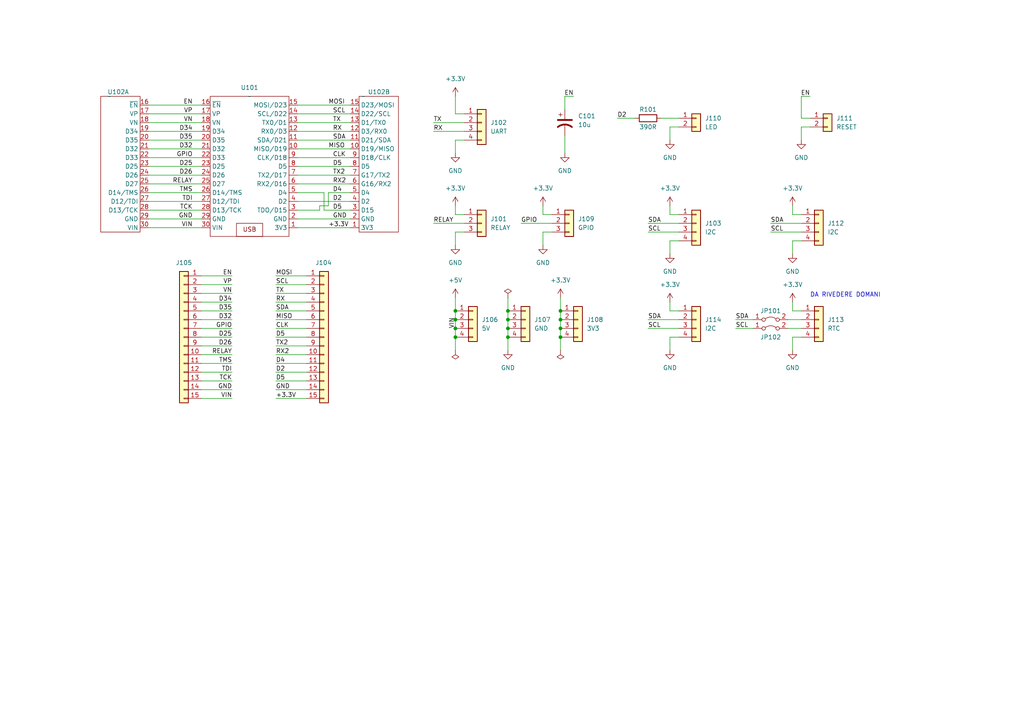
<source format=kicad_sch>
(kicad_sch (version 20230121) (generator eeschema)
  (paper "A4")
  (lib_symbols
    (symbol "Connector_Generic:Conn_01x02" (pin_names (offset 1.016) hide)
      (property "Reference" "J" (at 0 2.54 0))
      (property "Value" "Conn_01x02" (at 0 -5.08 0))
      (symbol "Conn_01x02_1_1"
        (rectangle (start -1.27 -2.413) (end 0 -2.667) (stroke (width 0.1524)))
        (rectangle (start -1.27 0.127) (end 0 -0.127) (stroke (width 0.1524)))
        (rectangle (start -1.27 1.27) (end 1.27 -3.81) (stroke (width 0.254)) (fill (type background)))
        (pin passive line (at -5.08 0 0) (length 3.81) (name "Pin_1") (number "1"))
        (pin passive line (at -5.08 -2.54 0) (length 3.81) (name "Pin_2") (number "2"))
      )
    )
    (symbol "Connector_Generic:Conn_01x03" (pin_names (offset 1.016) hide)
      (property "Reference" "J" (at 0 5.08 0))
      (property "Value" "Conn_01x03" (at 0 -5.08 0))
      (symbol "Conn_01x03_1_1"
        (rectangle (start -1.27 -2.413) (end 0 -2.667) (stroke (width 0.1524)))
        (rectangle (start -1.27 0.127) (end 0 -0.127) (stroke (width 0.1524)))
        (rectangle (start -1.27 2.667) (end 0 2.413) (stroke (width 0.1524)))
        (rectangle (start -1.27 3.81) (end 1.27 -3.81) (stroke (width 0.254)) (fill (type background)))
        (pin passive line (at -5.08 2.54 0) (length 3.81) (name "Pin_1") (number "1"))
        (pin passive line (at -5.08 0 0) (length 3.81) (name "Pin_2") (number "2"))
        (pin passive line (at -5.08 -2.54 0) (length 3.81) (name "Pin_3") (number "3"))
      )
    )
    (symbol "Connector_Generic:Conn_01x04" (pin_names (offset 1.016) hide)
      (property "Reference" "J" (at 0 5.08 0))
      (property "Value" "Conn_01x04" (at 0 -7.62 0))
      (symbol "Conn_01x04_1_1"
        (rectangle (start -1.27 -4.953) (end 0 -5.207) (stroke (width 0.1524)))
        (rectangle (start -1.27 -2.413) (end 0 -2.667) (stroke (width 0.1524)))
        (rectangle (start -1.27 0.127) (end 0 -0.127) (stroke (width 0.1524)))
        (rectangle (start -1.27 2.667) (end 0 2.413) (stroke (width 0.1524)))
        (rectangle (start -1.27 3.81) (end 1.27 -6.35) (stroke (width 0.254)) (fill (type background)))
        (pin passive line (at -5.08 2.54 0) (length 3.81) (name "Pin_1") (number "1"))
        (pin passive line (at -5.08 0 0) (length 3.81) (name "Pin_2") (number "2"))
        (pin passive line (at -5.08 -2.54 0) (length 3.81) (name "Pin_3") (number "3"))
        (pin passive line (at -5.08 -5.08 0) (length 3.81) (name "Pin_4") (number "4"))
      )
    )
    (symbol "Connector_Generic:Conn_01x15" (pin_names (offset 1.016) hide)
      (property "Reference" "J" (at 0 20.32 0))
      (property "Value" "Conn_01x15" (at 0 -20.32 0))
      (symbol "Conn_01x15_1_1"
        (rectangle (start -1.27 -17.653) (end 0 -17.907) (stroke (width 0.1524)))
        (rectangle (start -1.27 -15.113) (end 0 -15.367) (stroke (width 0.1524)))
        (rectangle (start -1.27 -12.573) (end 0 -12.827) (stroke (width 0.1524)))
        (rectangle (start -1.27 -10.033) (end 0 -10.287) (stroke (width 0.1524)))
        (rectangle (start -1.27 -7.493) (end 0 -7.747) (stroke (width 0.1524)))
        (rectangle (start -1.27 -4.953) (end 0 -5.207) (stroke (width 0.1524)))
        (rectangle (start -1.27 -2.413) (end 0 -2.667) (stroke (width 0.1524)))
        (rectangle (start -1.27 0.127) (end 0 -0.127) (stroke (width 0.1524)))
        (rectangle (start -1.27 2.667) (end 0 2.413) (stroke (width 0.1524)))
        (rectangle (start -1.27 5.207) (end 0 4.953) (stroke (width 0.1524)))
        (rectangle (start -1.27 7.747) (end 0 7.493) (stroke (width 0.1524)))
        (rectangle (start -1.27 10.287) (end 0 10.033) (stroke (width 0.1524)))
        (rectangle (start -1.27 12.827) (end 0 12.573) (stroke (width 0.1524)))
        (rectangle (start -1.27 15.367) (end 0 15.113) (stroke (width 0.1524)))
        (rectangle (start -1.27 17.907) (end 0 17.653) (stroke (width 0.1524)))
        (rectangle (start -1.27 19.05) (end 1.27 -19.05) (stroke (width 0.254)) (fill (type background)))
        (pin passive line (at -5.08 17.78 0) (length 3.81) (name "Pin_1") (number "1"))
        (pin passive line (at -5.08 -5.08 0) (length 3.81) (name "Pin_10") (number "10"))
        (pin passive line (at -5.08 -7.62 0) (length 3.81) (name "Pin_11") (number "11"))
        (pin passive line (at -5.08 -10.16 0) (length 3.81) (name "Pin_12") (number "12"))
        (pin passive line (at -5.08 -12.7 0) (length 3.81) (name "Pin_13") (number "13"))
        (pin passive line (at -5.08 -15.24 0) (length 3.81) (name "Pin_14") (number "14"))
        (pin passive line (at -5.08 -17.78 0) (length 3.81) (name "Pin_15") (number "15"))
        (pin passive line (at -5.08 15.24 0) (length 3.81) (name "Pin_2") (number "2"))
        (pin passive line (at -5.08 12.7 0) (length 3.81) (name "Pin_3") (number "3"))
        (pin passive line (at -5.08 10.16 0) (length 3.81) (name "Pin_4") (number "4"))
        (pin passive line (at -5.08 7.62 0) (length 3.81) (name "Pin_5") (number "5"))
        (pin passive line (at -5.08 5.08 0) (length 3.81) (name "Pin_6") (number "6"))
        (pin passive line (at -5.08 2.54 0) (length 3.81) (name "Pin_7") (number "7"))
        (pin passive line (at -5.08 0 0) (length 3.81) (name "Pin_8") (number "8"))
        (pin passive line (at -5.08 -2.54 0) (length 3.81) (name "Pin_9") (number "9"))
      )
    )
    (symbol "Device:C_Polarized_US" (pin_numbers hide) (pin_names (offset 0.254) hide)
      (property "Reference" "C" (at 0.635 2.54 0))
      (property "Value" "C_Polarized_US" (at 0.635 -2.54 0))
      (symbol "C_Polarized_US_0_1"
        (polyline (pts (xy -2.032 0.762) (xy 2.032 0.762)) (stroke (width 0.508)))
        (polyline (pts (xy -1.778 2.286) (xy -0.762 2.286)))
        (polyline (pts (xy -1.27 1.778) (xy -1.27 2.794)))
        (arc (start 2.032 -1.27) (mid 0 -0.5572) (end -2.032 -1.27) (stroke (width 0.508)))
      )
      (symbol "C_Polarized_US_1_1"
        (pin passive line (at 0 3.81 270) (length 2.794) (name "~") (number "1"))
        (pin passive line (at 0 -3.81 90) (length 3.302) (name "~") (number "2"))
      )
    )
    (symbol "Device:R" (pin_numbers hide) (pin_names (offset 0))
      (property "Reference" "R" (at 2.032 0 90))
      (property "Value" "R" (at 0 0 90))
      (symbol "R_0_1"
        (rectangle (start -1.016 -2.54) (end 1.016 2.54) (stroke (width 0.254)))
      )
      (symbol "R_1_1"
        (pin passive line (at 0 3.81 270) (length 1.27) (name "~") (number "1"))
        (pin passive line (at 0 -3.81 90) (length 1.27) (name "~") (number "2"))
      )
    )
    (symbol "Jumper:Jumper_2_Bridged" (pin_names (offset 0) hide)
      (property "Reference" "JP" (at 0 1.905 0))
      (property "Value" "Jumper_2_Bridged" (at 0 -2.54 0))
      (symbol "Jumper_2_Bridged_0_0"
        (circle (center -2.032 0) (radius 0.508))
        (circle (center 2.032 0) (radius 0.508))
      )
      (symbol "Jumper_2_Bridged_0_1"
        (arc (start 1.524 0.254) (mid 0 0.762) (end -1.524 0.254))
      )
      (symbol "Jumper_2_Bridged_1_1"
        (pin passive line (at -5.08 0 0) (length 2.54) (name "A") (number "1"))
        (pin passive line (at 5.08 0 180) (length 2.54) (name "B") (number "2"))
      )
    )
    (symbol "MCU_Espressif_my:ESP32-Dev"
      (property "Reference" "U" (at 0 2.54 0))
      (symbol "ESP32-Dev_0_1"
        (rectangle (start -11.43 0) (end 11.43 -40.64))
      )
      (symbol "ESP32-Dev_1_1"
        (text_box "USB" (at -3.81 -36.83 0) (size 7.62 -3.81) (effects (font (size 1.27 1.27)) (justify top)))
        (pin power_in line (at 13.97 -38.1 180) (length 2.54) (name "3V3") (number "1"))
        (pin passive line (at 13.97 -15.24 180) (length 2.54) (name "MISO/D19") (number "10"))
        (pin passive line (at 13.97 -12.7 180) (length 2.54) (name "SDA/D21") (number "11"))
        (pin passive line (at 13.97 -10.16 180) (length 2.54) (name "RX0/D3") (number "12"))
        (pin passive line (at 13.97 -7.62 180) (length 2.54) (name "TX0/D1") (number "13"))
        (pin passive line (at 13.97 -5.08 180) (length 2.54) (name "SCL/D22") (number "14"))
        (pin passive line (at 13.97 -2.54 180) (length 2.54) (name "MOSI/D23") (number "15"))
        (pin input line (at -13.97 -2.54 0) (length 2.54) (name "~{EN}") (number "16"))
        (pin input line (at -13.97 -5.08 0) (length 2.54) (name "VP") (number "17"))
        (pin input line (at -13.97 -7.62 0) (length 2.54) (name "VN") (number "18"))
        (pin input line (at -13.97 -10.16 0) (length 2.54) (name "D34") (number "19"))
        (pin power_in line (at 13.97 -35.56 180) (length 2.54) (name "GND") (number "2"))
        (pin input line (at -13.97 -12.7 0) (length 2.54) (name "D35") (number "20"))
        (pin passive line (at -13.97 -15.24 0) (length 2.54) (name "D32") (number "21"))
        (pin passive line (at -13.97 -17.78 0) (length 2.54) (name "D33") (number "22"))
        (pin passive line (at -13.97 -20.32 0) (length 2.54) (name "D25") (number "23"))
        (pin passive line (at -13.97 -22.86 0) (length 2.54) (name "D26") (number "24"))
        (pin passive line (at -13.97 -25.4 0) (length 2.54) (name "D27") (number "25"))
        (pin passive line (at -13.97 -27.94 0) (length 2.54) (name "D14/TMS") (number "26"))
        (pin passive line (at -13.97 -30.48 0) (length 2.54) (name "D12/TDI") (number "27"))
        (pin passive line (at -13.97 -33.02 0) (length 2.54) (name "D13/TCK") (number "28"))
        (pin power_in line (at -13.97 -35.56 0) (length 2.54) (name "GND") (number "29"))
        (pin passive line (at 13.97 -33.02 180) (length 2.54) (name "TDO/D15") (number "3"))
        (pin power_in line (at -13.97 -38.1 0) (length 2.54) (name "VIN") (number "30"))
        (pin passive line (at 13.97 -30.48 180) (length 2.54) (name "D2") (number "4"))
        (pin passive line (at 13.97 -27.94 180) (length 2.54) (name "D4") (number "5"))
        (pin passive line (at 13.97 -25.4 180) (length 2.54) (name "RX2/D16") (number "6"))
        (pin passive line (at 13.97 -22.86 180) (length 2.54) (name "TX2/D17") (number "7"))
        (pin passive line (at 13.97 -20.32 180) (length 2.54) (name "D5") (number "8"))
        (pin passive line (at 13.97 -17.78 180) (length 2.54) (name "CLK/D18") (number "9"))
      )
    )
    (symbol "PersonalLibrary:TabelloneBoard"
      (property "Reference" "U" (at 0 1.27 0))
      (symbol "TabelloneBoard_1_1"
        (rectangle (start -6.35 -39.37) (end 5.08 0))
        (pin output line (at 7.62 -2.54 180) (length 2.54) (name "~{EN}") (number "16"))
        (pin output line (at 7.62 -5.08 180) (length 2.54) (name "VP") (number "17"))
        (pin output line (at 7.62 -7.62 180) (length 2.54) (name "VN") (number "18"))
        (pin output line (at 7.62 -10.16 180) (length 2.54) (name "D34") (number "19"))
        (pin output line (at 7.62 -12.7 180) (length 2.54) (name "D35") (number "20"))
        (pin passive line (at 7.62 -15.24 180) (length 2.54) (name "D32") (number "21"))
        (pin passive line (at 7.62 -17.78 180) (length 2.54) (name "D33") (number "22"))
        (pin passive line (at 7.62 -20.32 180) (length 2.54) (name "D25") (number "23"))
        (pin passive line (at 7.62 -22.86 180) (length 2.54) (name "D26") (number "24"))
        (pin passive line (at 7.62 -25.4 180) (length 2.54) (name "D27") (number "25"))
        (pin passive line (at 7.62 -27.94 180) (length 2.54) (name "D14/TMS") (number "26"))
        (pin passive line (at 7.62 -30.48 180) (length 2.54) (name "D12/TDI") (number "27"))
        (pin passive line (at 7.62 -33.02 180) (length 2.54) (name "D13/TCK") (number "28"))
        (pin power_in line (at 7.62 -35.56 180) (length 2.54) (name "GND") (number "29"))
        (pin power_in line (at 7.62 -38.1 180) (length 2.54) (name "VIN") (number "30"))
      )
      (symbol "TabelloneBoard_2_1"
        (rectangle (start -5.08 -39.37) (end 6.35 0))
        (pin power_in line (at -7.62 -38.1 0) (length 2.54) (name "3V3") (number "1"))
        (pin passive line (at -7.62 -15.24 0) (length 2.54) (name "D19/MISO") (number "10"))
        (pin passive line (at -7.62 -12.7 0) (length 2.54) (name "D21/SDA") (number "11"))
        (pin passive line (at -7.62 -10.16 0) (length 2.54) (name "D3/RX0") (number "12"))
        (pin passive line (at -7.62 -7.62 0) (length 2.54) (name "D1/TX0") (number "13"))
        (pin passive line (at -7.62 -5.08 0) (length 2.54) (name "D22/SCL") (number "14"))
        (pin passive line (at -7.62 -2.54 0) (length 2.54) (name "D23/MOSI") (number "15"))
        (pin power_in line (at -7.62 -35.56 0) (length 2.54) (name "GND") (number "2"))
        (pin passive line (at -7.62 -33.02 0) (length 2.54) (name "D15") (number "3"))
        (pin passive line (at -7.62 -30.48 0) (length 2.54) (name "D2") (number "4"))
        (pin passive line (at -7.62 -27.94 0) (length 2.54) (name "D4") (number "5"))
        (pin passive line (at -7.62 -25.4 0) (length 2.54) (name "G16/RX2") (number "6"))
        (pin passive line (at -7.62 -22.86 0) (length 2.54) (name "G17/TX2") (number "7"))
        (pin passive line (at -7.62 -20.32 0) (length 2.54) (name "D5") (number "8"))
        (pin passive line (at -7.62 -17.78 0) (length 2.54) (name "D18/CLK") (number "9"))
      )
    )
    (symbol "TabelloneBoard_1"
      (property "Reference" "U" (at 0 1.27 0))
      (symbol "TabelloneBoard_1_1_1"
        (rectangle (start -6.35 -39.37) (end 5.08 0))
        (pin output line (at 7.62 -2.54 180) (length 2.54) (name "~{EN}") (number "16"))
        (pin output line (at 7.62 -5.08 180) (length 2.54) (name "VP") (number "17"))
        (pin output line (at 7.62 -7.62 180) (length 2.54) (name "VN") (number "18"))
        (pin output line (at 7.62 -10.16 180) (length 2.54) (name "D34") (number "19"))
        (pin output line (at 7.62 -12.7 180) (length 2.54) (name "D35") (number "20"))
        (pin passive line (at 7.62 -15.24 180) (length 2.54) (name "D32") (number "21"))
        (pin passive line (at 7.62 -17.78 180) (length 2.54) (name "D33") (number "22"))
        (pin passive line (at 7.62 -20.32 180) (length 2.54) (name "D25") (number "23"))
        (pin passive line (at 7.62 -22.86 180) (length 2.54) (name "D26") (number "24"))
        (pin passive line (at 7.62 -25.4 180) (length 2.54) (name "D27") (number "25"))
        (pin passive line (at 7.62 -27.94 180) (length 2.54) (name "D14/TMS") (number "26"))
        (pin passive line (at 7.62 -30.48 180) (length 2.54) (name "D12/TDI") (number "27"))
        (pin passive line (at 7.62 -33.02 180) (length 2.54) (name "D13/TCK") (number "28"))
        (pin power_in line (at 7.62 -35.56 180) (length 2.54) (name "GND") (number "29"))
        (pin power_in line (at 7.62 -38.1 180) (length 2.54) (name "VIN") (number "30"))
      )
      (symbol "TabelloneBoard_1_2_1"
        (rectangle (start -5.08 -39.37) (end 6.35 0))
        (pin power_in line (at -7.62 -38.1 0) (length 2.54) (name "3V3") (number "1"))
        (pin passive line (at -7.62 -15.24 0) (length 2.54) (name "D19/MISO") (number "10"))
        (pin passive line (at -7.62 -12.7 0) (length 2.54) (name "D21/SDA") (number "11"))
        (pin passive line (at -7.62 -10.16 0) (length 2.54) (name "D3/RX0") (number "12"))
        (pin passive line (at -7.62 -7.62 0) (length 2.54) (name "D1/TX0") (number "13"))
        (pin passive line (at -7.62 -5.08 0) (length 2.54) (name "D22/SCL") (number "14"))
        (pin passive line (at -7.62 -2.54 0) (length 2.54) (name "D23/MOSI") (number "15"))
        (pin power_in line (at -7.62 -35.56 0) (length 2.54) (name "GND") (number "2"))
        (pin passive line (at -7.62 -33.02 0) (length 2.54) (name "D15") (number "3"))
        (pin passive line (at -7.62 -30.48 0) (length 2.54) (name "D2") (number "4"))
        (pin passive line (at -7.62 -27.94 0) (length 2.54) (name "D4") (number "5"))
        (pin passive line (at -7.62 -25.4 0) (length 2.54) (name "G16/RX2") (number "6"))
        (pin passive line (at -7.62 -22.86 0) (length 2.54) (name "G17/TX2") (number "7"))
        (pin passive line (at -7.62 -20.32 0) (length 2.54) (name "D5") (number "8"))
        (pin passive line (at -7.62 -17.78 0) (length 2.54) (name "D18/CLK") (number "9"))
      )
    )
    (symbol "power:+3.3V" (power) (pin_names (offset 0))
      (property "Value" "+3.3V" (at 0 3.556 0))
      (symbol "+3.3V_0_1"
        (polyline (pts (xy -0.762 1.27) (xy 0 2.54)))
        (polyline (pts (xy 0 0) (xy 0 2.54)))
        (polyline (pts (xy 0 2.54) (xy 0.762 1.27)))
      )
      (symbol "+3.3V_1_1"
        (pin power_in line (at 0 0 90) (length 0) hide (name "+3.3V") (number "1"))
      )
    )
    (symbol "power:+5V" (power) (pin_names (offset 0))
      (property "Value" "+5V" (at 0 3.556 0))
      (symbol "+5V_0_1"
        (polyline (pts (xy -0.762 1.27) (xy 0 2.54)))
        (polyline (pts (xy 0 0) (xy 0 2.54)))
        (polyline (pts (xy 0 2.54) (xy 0.762 1.27)))
      )
      (symbol "+5V_1_1"
        (pin power_in line (at 0 0 90) (length 0) hide (name "+5V") (number "1"))
      )
    )
    (symbol "power:GND" (power) (pin_names (offset 0))
      (property "Value" "GND" (at 0 -3.81 0))
      (symbol "GND_0_1"
        (polyline (pts (xy 0 0) (xy 0 -1.27) (xy 1.27 -1.27) (xy 0 -2.54) (xy -1.27 -1.27) (xy 0 -1.27)))
      )
      (symbol "GND_1_1"
        (pin power_in line (at 0 0 270) (length 0) hide (name "GND") (number "1"))
      )
    )
    (symbol "power:PWR_FLAG" (power) (pin_numbers hide) (pin_names (offset 0) hide)
      (property "Value" "PWR_FLAG" (at 0 3.81 0))
      (symbol "PWR_FLAG_0_0"
        (pin power_out line (at 0 0 90) (length 0) (name "pwr") (number "1"))
      )
      (symbol "PWR_FLAG_0_1"
        (polyline (pts (xy 0 0) (xy 0 1.27) (xy -1.016 1.905) (xy 0 2.54) (xy 1.016 1.905) (xy 0 1.27)))
      )
    )
  )
  (junction (at 162.56 92.71))
  (junction (at 132.08 90.17))
  (junction (at 147.32 92.71))
  (junction (at 162.56 97.79))
  (junction (at 162.56 95.25))
  (junction (at 147.32 95.25))
  (junction (at 147.32 90.17))
  (junction (at 162.56 90.17))
  (junction (at 132.08 92.71))
  (junction (at 132.08 97.79))
  (junction (at 147.32 97.79))
  (junction (at 132.08 95.25))
  (wire (pts (xy 58.42 110.49) (xy 67.31 110.49)))
  (wire (pts (xy 80.01 115.57) (xy 88.9 115.57)))
  (wire (pts (xy 232.41 34.29) (xy 232.41 27.94)))
  (wire (pts (xy 58.42 102.87) (xy 67.31 102.87)))
  (wire (pts (xy 43.18 63.5) (xy 58.42 63.5)))
  (wire (pts (xy 43.18 45.72) (xy 58.42 45.72)))
  (wire (pts (xy 43.18 48.26) (xy 58.42 48.26)))
  (wire (pts (xy 80.01 90.17) (xy 88.9 90.17)))
  (wire (pts (xy 43.18 30.48) (xy 58.42 30.48)))
  (wire (pts (xy 162.56 90.17) (xy 162.56 92.71)))
  (wire (pts (xy 101.6 53.34) (xy 86.36 53.34)))
  (wire (pts (xy 229.87 69.85) (xy 229.87 73.66)))
  (wire (pts (xy 162.56 97.79) (xy 162.56 101.6)))
  (wire (pts (xy 132.08 62.23) (xy 134.62 62.23)))
  (wire (pts (xy 234.95 34.29) (xy 232.41 34.29)))
  (wire (pts (xy 229.87 62.23) (xy 232.41 62.23)))
  (wire (pts (xy 58.42 87.63) (xy 67.31 87.63)))
  (wire (pts (xy 162.56 92.71) (xy 162.56 95.25)))
  (wire (pts (xy 132.08 40.64) (xy 132.08 44.45)))
  (wire (pts (xy 132.08 95.25) (xy 132.08 97.79)))
  (wire (pts (xy 166.37 27.94) (xy 163.83 27.94)))
  (wire (pts (xy 101.6 43.18) (xy 86.36 43.18)))
  (wire (pts (xy 43.18 35.56) (xy 58.42 35.56)))
  (wire (pts (xy 132.08 33.02) (xy 134.62 33.02)))
  (wire (pts (xy 101.6 40.64) (xy 86.36 40.64)))
  (wire (pts (xy 187.96 92.71) (xy 196.85 92.71)))
  (wire (pts (xy 43.18 50.8) (xy 58.42 50.8)))
  (wire (pts (xy 43.18 33.02) (xy 58.42 33.02)))
  (wire (pts (xy 132.08 67.31) (xy 134.62 67.31)))
  (wire (pts (xy 101.6 33.02) (xy 86.36 33.02)))
  (wire (pts (xy 157.48 67.31) (xy 157.48 71.12)))
  (wire (pts (xy 229.87 90.17) (xy 232.41 90.17)))
  (wire (pts (xy 43.18 55.88) (xy 58.42 55.88)))
  (wire (pts (xy 43.18 66.04) (xy 58.42 66.04)))
  (wire (pts (xy 196.85 97.79) (xy 194.31 97.79)))
  (wire (pts (xy 125.73 64.77) (xy 134.62 64.77)))
  (wire (pts (xy 163.83 39.37) (xy 163.83 44.45)))
  (wire (pts (xy 147.32 90.17) (xy 147.32 92.71)))
  (wire (pts (xy 132.08 90.17) (xy 132.08 92.71)))
  (wire (pts (xy 187.96 64.77) (xy 196.85 64.77)))
  (wire (pts (xy 229.87 59.69) (xy 229.87 62.23)))
  (wire (pts (xy 58.42 113.03) (xy 67.31 113.03)))
  (wire (pts (xy 101.6 58.42) (xy 86.36 58.42)))
  (wire (pts (xy 80.01 113.03) (xy 88.9 113.03)))
  (wire (pts (xy 58.42 97.79) (xy 67.31 97.79)))
  (wire (pts (xy 93.98 60.96) (xy 101.6 60.96)))
  (wire (pts (xy 58.42 90.17) (xy 67.31 90.17)))
  (wire (pts (xy 43.18 43.18) (xy 58.42 43.18)))
  (wire (pts (xy 232.41 97.79) (xy 229.87 97.79)))
  (wire (pts (xy 132.08 97.79) (xy 132.08 101.6)))
  (wire (pts (xy 101.6 35.56) (xy 86.36 35.56)))
  (wire (pts (xy 134.62 40.64) (xy 132.08 40.64)))
  (wire (pts (xy 125.73 35.56) (xy 134.62 35.56)))
  (wire (pts (xy 157.48 67.31) (xy 160.02 67.31)))
  (wire (pts (xy 43.18 53.34) (xy 58.42 53.34)))
  (wire (pts (xy 101.6 45.72) (xy 86.36 45.72)))
  (wire (pts (xy 194.31 36.83) (xy 194.31 40.64)))
  (wire (pts (xy 223.52 64.77) (xy 232.41 64.77)))
  (wire (pts (xy 229.87 97.79) (xy 229.87 101.6)))
  (wire (pts (xy 80.01 107.95) (xy 88.9 107.95)))
  (wire (pts (xy 58.42 95.25) (xy 67.31 95.25)))
  (wire (pts (xy 86.36 60.96) (xy 92.71 60.96)))
  (wire (pts (xy 157.48 59.69) (xy 157.48 62.23)))
  (wire (pts (xy 58.42 107.95) (xy 67.31 107.95)))
  (wire (pts (xy 43.18 38.1) (xy 58.42 38.1)))
  (wire (pts (xy 157.48 62.23) (xy 160.02 62.23)))
  (wire (pts (xy 80.01 85.09) (xy 88.9 85.09)))
  (wire (pts (xy 194.31 97.79) (xy 194.31 101.6)))
  (wire (pts (xy 58.42 115.57) (xy 67.31 115.57)))
  (wire (pts (xy 58.42 105.41) (xy 67.31 105.41)))
  (wire (pts (xy 162.56 95.25) (xy 162.56 97.79)))
  (wire (pts (xy 179.07 34.29) (xy 184.15 34.29)))
  (wire (pts (xy 80.01 110.49) (xy 88.9 110.49)))
  (wire (pts (xy 80.01 87.63) (xy 88.9 87.63)))
  (wire (pts (xy 80.01 92.71) (xy 88.9 92.71)))
  (wire (pts (xy 163.83 27.94) (xy 163.83 31.75)))
  (wire (pts (xy 80.01 80.01) (xy 88.9 80.01)))
  (wire (pts (xy 80.01 102.87) (xy 88.9 102.87)))
  (wire (pts (xy 101.6 30.48) (xy 86.36 30.48)))
  (wire (pts (xy 101.6 55.88) (xy 95.25 55.88)))
  (wire (pts (xy 194.31 87.63) (xy 194.31 90.17)))
  (wire (pts (xy 80.01 97.79) (xy 88.9 97.79)))
  (wire (pts (xy 228.6 95.25) (xy 232.41 95.25)))
  (wire (pts (xy 93.98 55.88) (xy 93.98 60.96)))
  (wire (pts (xy 194.31 62.23) (xy 196.85 62.23)))
  (wire (pts (xy 132.08 86.36) (xy 132.08 90.17)))
  (wire (pts (xy 132.08 27.94) (xy 132.08 33.02)))
  (wire (pts (xy 58.42 85.09) (xy 67.31 85.09)))
  (wire (pts (xy 101.6 50.8) (xy 86.36 50.8)))
  (wire (pts (xy 194.31 59.69) (xy 194.31 62.23)))
  (wire (pts (xy 232.41 27.94) (xy 234.95 27.94)))
  (wire (pts (xy 232.41 69.85) (xy 229.87 69.85)))
  (wire (pts (xy 43.18 40.64) (xy 58.42 40.64)))
  (wire (pts (xy 80.01 95.25) (xy 88.9 95.25)))
  (wire (pts (xy 132.08 67.31) (xy 132.08 71.12)))
  (wire (pts (xy 101.6 38.1) (xy 86.36 38.1)))
  (wire (pts (xy 86.36 55.88) (xy 93.98 55.88)))
  (wire (pts (xy 86.36 63.5) (xy 101.6 63.5)))
  (wire (pts (xy 86.36 66.04) (xy 101.6 66.04)))
  (wire (pts (xy 92.71 59.69) (xy 92.71 60.96)))
  (wire (pts (xy 147.32 92.71) (xy 147.32 95.25)))
  (wire (pts (xy 194.31 36.83) (xy 196.85 36.83)))
  (wire (pts (xy 151.13 64.77) (xy 160.02 64.77)))
  (wire (pts (xy 187.96 95.25) (xy 196.85 95.25)))
  (wire (pts (xy 147.32 95.25) (xy 147.32 97.79)))
  (wire (pts (xy 147.32 86.36) (xy 147.32 90.17)))
  (wire (pts (xy 101.6 48.26) (xy 86.36 48.26)))
  (wire (pts (xy 229.87 87.63) (xy 229.87 90.17)))
  (wire (pts (xy 196.85 69.85) (xy 194.31 69.85)))
  (wire (pts (xy 213.36 95.25) (xy 218.44 95.25)))
  (wire (pts (xy 187.96 67.31) (xy 196.85 67.31)))
  (wire (pts (xy 43.18 58.42) (xy 58.42 58.42)))
  (wire (pts (xy 58.42 82.55) (xy 67.31 82.55)))
  (wire (pts (xy 162.56 86.36) (xy 162.56 90.17)))
  (wire (pts (xy 232.41 36.83) (xy 234.95 36.83)))
  (wire (pts (xy 228.6 92.71) (xy 232.41 92.71)))
  (wire (pts (xy 58.42 80.01) (xy 67.31 80.01)))
  (wire (pts (xy 147.32 97.79) (xy 147.32 101.6)))
  (wire (pts (xy 80.01 100.33) (xy 88.9 100.33)))
  (wire (pts (xy 132.08 59.69) (xy 132.08 62.23)))
  (wire (pts (xy 213.36 92.71) (xy 218.44 92.71)))
  (wire (pts (xy 232.41 36.83) (xy 232.41 40.64)))
  (wire (pts (xy 194.31 69.85) (xy 194.31 73.66)))
  (wire (pts (xy 80.01 105.41) (xy 88.9 105.41)))
  (wire (pts (xy 132.08 92.71) (xy 132.08 95.25)))
  (wire (pts (xy 43.18 60.96) (xy 58.42 60.96)))
  (wire (pts (xy 95.25 59.69) (xy 92.71 59.69)))
  (wire (pts (xy 58.42 92.71) (xy 67.31 92.71)))
  (wire (pts (xy 125.73 38.1) (xy 134.62 38.1)))
  (wire (pts (xy 191.77 34.29) (xy 196.85 34.29)))
  (wire (pts (xy 194.31 90.17) (xy 196.85 90.17)))
  (wire (pts (xy 58.42 100.33) (xy 67.31 100.33)))
  (wire (pts (xy 95.25 55.88) (xy 95.25 59.69)))
  (wire (pts (xy 223.52 67.31) (xy 232.41 67.31)))
  (wire (pts (xy 80.01 82.55) (xy 88.9 82.55)))
  (text "DA RIVEDERE DOMANI\n" (at 234.95 86.36 0) (effects (font (size 1.27 1.27)) (justify left bottom)))
  (label "VIN" (at 132.08 95.25 90))
  (label "GND" (at 96.52 63.5 0))
  (label "SDA" (at 96.52 40.64 0))
  (label "MOSI" (at 80.01 80.01 0))
  (label "D5" (at 96.52 60.96 0))
  (label "TX2" (at 96.52 50.8 0))
  (label "D2" (at 179.07 34.29 0))
  (label "GPIO" (at 55.88 45.72 180))
  (label "VP" (at 55.88 33.02 180))
  (label "D4" (at 96.52 55.88 0))
  (label "SCL" (at 96.52 33.02 0))
  (label "SDA" (at 223.52 64.77 0))
  (label "GND" (at 80.01 113.03 0))
  (label "RELAY" (at 55.88 53.34 180))
  (label "TDI" (at 55.88 58.42 180))
  (label "GND" (at 67.31 113.03 180))
  (label "MISO" (at 95.25 43.18 0))
  (label "SCL" (at 187.96 67.31 0))
  (label "RX" (at 80.01 87.63 0))
  (label "VN" (at 67.31 85.09 180))
  (label "GPIO" (at 151.13 64.77 0))
  (label "D32" (at 55.88 43.18 180))
  (label "RELAY" (at 125.73 64.77 0))
  (label "SCL" (at 80.01 82.55 0))
  (label "SDA" (at 213.36 92.71 0))
  (label "GPIO" (at 67.31 95.25 180))
  (label "CLK" (at 96.52 45.72 0))
  (label "VP" (at 67.31 82.55 180))
  (label "EN" (at 55.88 30.48 180))
  (label "CLK" (at 80.01 95.25 0))
  (label "SDA" (at 187.96 92.71 0))
  (label "TX" (at 125.73 35.56 0))
  (label "TCK" (at 67.31 110.49 180))
  (label "GND" (at 55.88 63.5 180))
  (label "D2" (at 96.52 58.42 0))
  (label "+3.3V" (at 80.01 115.57 0))
  (label "TDI" (at 67.31 107.95 180))
  (label "D26" (at 67.31 100.33 180))
  (label "SDA" (at 80.01 90.17 0))
  (label "D5" (at 80.01 97.79 0))
  (label "RX2" (at 96.52 53.34 0))
  (label "TMS" (at 55.88 55.88 180))
  (label "TX" (at 96.52 35.56 0))
  (label "TX2" (at 80.01 100.33 0))
  (label "D4" (at 80.01 105.41 0))
  (label "VIN" (at 67.31 115.57 180))
  (label "D25" (at 67.31 97.79 180))
  (label "D35" (at 55.88 40.64 180))
  (label "D35" (at 67.31 90.17 180))
  (label "TX" (at 80.01 85.09 0))
  (label "MISO" (at 80.01 92.71 0))
  (label "SCL" (at 187.96 95.25 0))
  (label "TMS" (at 67.31 105.41 180))
  (label "D26" (at 55.88 50.8 180))
  (label "SCL" (at 223.52 67.31 0))
  (label "MOSI" (at 95.25 30.48 0))
  (label "RX" (at 125.73 38.1 0))
  (label "D25" (at 55.88 48.26 180))
  (label "EN" (at 67.31 80.01 180))
  (label "SCL" (at 213.36 95.25 0))
  (label "EN" (at 234.95 27.94 180))
  (label "D5" (at 96.52 48.26 0))
  (label "D2" (at 80.01 107.95 0))
  (label "VN" (at 55.88 35.56 180))
  (label "D32" (at 67.31 92.71 180))
  (label "TCK" (at 55.88 60.96 180))
  (label "RELAY" (at 67.31 102.87 180))
  (label "D34" (at 67.31 87.63 180))
  (label "RX2" (at 80.01 102.87 0))
  (label "D5" (at 80.01 110.49 0))
  (label "RX" (at 96.52 38.1 0))
  (label "VIN" (at 55.88 66.04 180))
  (label "D34" (at 55.88 38.1 180))
  (label "EN" (at 166.37 27.94 180))
  (label "+3.3V" (at 95.25 66.04 0))
  (label "SDA" (at 187.96 64.77 0))
  (symbol (lib_id "Connector_Generic:Conn_01x04") (at 167.64 92.71 0) (unit 1)
    (property "Reference" "J108" (at 170.18 92.71 0) (effects (justify left)))
    (property "Value" "3V3" (at 170.18 95.25 0) (effects (justify left)))
    (property "Footprint" "Connector_PinSocket_2.54mm:PinSocket_1x04_P2.54mm_Vertical" (effects hide))
  )
  (symbol (lib_id "Connector_Generic:Conn_01x15") (at 93.98 97.79 0) (unit 1)
    (property "Reference" "J104" (at 91.44 76.2 0) (effects (justify left)))
    (property "Value" "Conn_01x15" (effects hide))
    (property "Footprint" "Connector_PinSocket_2.54mm:PinSocket_1x15_P2.54mm_Vertical" (effects hide))
  )
  (symbol (lib_id "power:GND") (at 194.31 73.66 0) (unit 1)
    (property "Reference" "#PWR0107" (effects hide))
    (property "Value" "GND" (at 194.31 78.74 0))
  )
  (symbol (lib_id "power:GND") (at 163.83 44.45 0) (unit 1)
    (property "Reference" "#PWR0102" (effects hide))
    (property "Value" "GND" (at 163.83 49.53 0))
  )
  (symbol (lib_id "power:GND") (at 157.48 71.12 0) (unit 1)
    (property "Reference" "#PWR0112" (effects hide))
    (property "Value" "GND" (at 157.48 76.2 0))
  )
  (symbol (lib_id "power:PWR_FLAG") (at 132.08 101.6 180) (unit 1)
    (property "Reference" "#FLG0103" (effects hide))
    (property "Value" "PWR_FLAG" (effects hide))
  )
  (symbol (lib_id "Connector_Generic:Conn_01x03") (at 139.7 64.77 0) (unit 1)
    (property "Reference" "J101" (at 142.24 63.5 0) (effects (justify left)))
    (property "Value" "RELAY" (at 142.24 66.04 0) (effects (justify left)))
    (property "Footprint" "Connector_PinSocket_2.54mm:PinSocket_1x03_P2.54mm_Vertical" (effects hide))
  )
  (symbol (lib_id "PersonalLibrary:TabelloneBoard") (at 109.22 27.94 0) (unit 2)
    (property "Reference" "U102" (at 106.68 26.67 0) (effects (justify left)))
    (property "Value" "~" (at 105.41 27.94 0))
    (property "Footprint" "PersonalLibrary:TabelloneBoard_HandSoldering" (effects hide))
  )
  (symbol (lib_id "power:GND") (at 132.08 44.45 0) (unit 1)
    (property "Reference" "#PWR0103" (effects hide))
    (property "Value" "GND" (at 132.08 49.53 0))
  )
  (symbol (lib_name "TabelloneBoard_1") (lib_id "PersonalLibrary:TabelloneBoard") (at 35.56 27.94 0) (unit 1)
    (property "Reference" "U102" (at 34.29 26.67 0))
    (property "Value" "~" (at 31.75 27.94 0))
    (property "Footprint" "PersonalLibrary:TabelloneBoard_HandSoldering" (effects hide))
  )
  (symbol (lib_id "power:+3.3V") (at 229.87 87.63 0) (unit 1)
    (property "Reference" "#PWR0118" (effects hide))
    (property "Value" "+3.3V" (at 229.87 82.55 0))
  )
  (symbol (lib_id "Jumper:Jumper_2_Bridged") (at 223.52 92.71 0) (unit 1)
    (property "Reference" "JP101" (at 223.52 90.17 0))
    (property "Value" "Jumper_2_Bridged" (effects hide))
    (property "Footprint" "Jumper:SolderJumper-2_P1.3mm_Bridged_Pad1.0x1.5mm" (effects hide))
  )
  (symbol (lib_id "Connector_Generic:Conn_01x04") (at 237.49 92.71 0) (unit 1)
    (property "Reference" "J113" (at 240.03 92.71 0) (effects (justify left)))
    (property "Value" "RTC" (at 240.03 95.25 0) (effects (justify left)))
    (property "Footprint" "Connector_PinSocket_2.54mm:PinSocket_1x04_P2.54mm_Vertical" (effects hide))
  )
  (symbol (lib_id "power:+3.3V") (at 194.31 59.69 0) (unit 1)
    (property "Reference" "#PWR0106" (effects hide))
    (property "Value" "+3.3V" (at 194.31 54.61 0))
  )
  (symbol (lib_id "power:+5V") (at 132.08 86.36 0) (unit 1)
    (property "Reference" "#PWR0108" (effects hide))
    (property "Value" "+5V" (at 132.08 81.28 0))
  )
  (symbol (lib_id "Jumper:Jumper_2_Bridged") (at 223.52 95.25 0) (unit 1)
    (property "Reference" "JP102" (at 223.52 97.79 0))
    (property "Value" "Jumper_2_Bridged" (effects hide))
    (property "Footprint" "Jumper:SolderJumper-2_P1.3mm_Bridged_Pad1.0x1.5mm" (effects hide))
  )
  (symbol (lib_id "power:+3.3V") (at 157.48 59.69 0) (unit 1)
    (property "Reference" "#PWR0111" (effects hide))
    (property "Value" "+3.3V" (at 157.48 54.61 0))
  )
  (symbol (lib_id "power:PWR_FLAG") (at 162.56 101.6 180) (unit 1)
    (property "Reference" "#FLG0102" (effects hide))
    (property "Value" "PWR_FLAG" (effects hide))
  )
  (symbol (lib_id "Device:C_Polarized_US") (at 163.83 35.56 0) (unit 1)
    (property "Reference" "C101" (at 167.64 33.655 0) (effects (justify left)))
    (property "Value" "10u" (at 167.64 36.195 0) (effects (justify left)))
    (property "Footprint" "Capacitor_THT:CP_Radial_D5.0mm_P2.00mm" (effects hide))
  )
  (symbol (lib_id "power:PWR_FLAG") (at 147.32 86.36 0) (unit 1)
    (property "Reference" "#FLG0101" (effects hide))
    (property "Value" "PWR_FLAG" (effects hide))
  )
  (symbol (lib_id "Connector_Generic:Conn_01x03") (at 165.1 64.77 0) (unit 1)
    (property "Reference" "J109" (at 167.64 63.5 0) (effects (justify left)))
    (property "Value" "GPIO" (at 167.64 66.04 0) (effects (justify left)))
  )
  (symbol (lib_id "power:GND") (at 147.32 101.6 0) (unit 1)
    (property "Reference" "#PWR0110" (effects hide))
    (property "Value" "GND" (at 147.32 106.68 0))
  )
  (symbol (lib_id "power:GND") (at 194.31 101.6 0) (unit 1)
    (property "Reference" "#PWR0120" (effects hide))
    (property "Value" "GND" (at 194.31 106.68 0))
  )
  (symbol (lib_id "Connector_Generic:Conn_01x04") (at 201.93 64.77 0) (unit 1)
    (property "Reference" "J103" (at 204.47 64.77 0) (effects (justify left)))
    (property "Value" "I2C" (at 204.47 67.31 0) (effects (justify left)))
    (property "Footprint" "Connector_PinSocket_2.54mm:PinSocket_1x04_P2.54mm_Vertical" (effects hide))
  )
  (symbol (lib_id "Connector_Generic:Conn_01x02") (at 201.93 34.29 0) (unit 1)
    (property "Reference" "J110" (at 204.47 34.29 0) (effects (justify left)))
    (property "Value" "LED" (at 204.47 36.83 0) (effects (justify left)))
  )
  (symbol (lib_id "Device:R") (at 187.96 34.29 270) (unit 1)
    (property "Reference" "R101" (at 187.96 31.75 90))
    (property "Value" "390R" (at 187.96 36.83 90))
    (property "Footprint" "Resistor_THT:R_Axial_DIN0309_L9.0mm_D3.2mm_P15.24mm_Horizontal" (effects hide))
  )
  (symbol (lib_id "power:GND") (at 132.08 71.12 0) (unit 1)
    (property "Reference" "#PWR0105" (effects hide))
    (property "Value" "GND" (at 132.08 76.2 0))
  )
  (symbol (lib_id "power:GND") (at 229.87 101.6 0) (unit 1)
    (property "Reference" "#PWR0119" (effects hide))
    (property "Value" "GND" (at 229.87 106.68 0))
  )
  (symbol (lib_id "power:+3.3V") (at 229.87 59.69 0) (unit 1)
    (property "Reference" "#PWR0116" (effects hide))
    (property "Value" "+3.3V" (at 229.87 54.61 0))
  )
  (symbol (lib_id "power:GND") (at 232.41 40.64 0) (unit 1)
    (property "Reference" "#PWR0115" (effects hide))
    (property "Value" "GND" (at 232.41 45.72 0))
  )
  (symbol (lib_id "power:+3.3V") (at 132.08 59.69 0) (unit 1)
    (property "Reference" "#PWR0104" (effects hide))
    (property "Value" "+3.3V" (at 132.08 54.61 0))
  )
  (symbol (lib_id "power:GND") (at 194.31 40.64 0) (unit 1)
    (property "Reference" "#PWR0114" (effects hide))
    (property "Value" "GND" (at 194.31 45.72 0))
  )
  (symbol (lib_id "Connector_Generic:Conn_01x04") (at 139.7 35.56 0) (unit 1)
    (property "Reference" "J102" (at 142.24 35.56 0) (effects (justify left)))
    (property "Value" "UART" (at 142.24 38.1 0) (effects (justify left)))
    (property "Footprint" "Connector_PinSocket_2.54mm:PinSocket_1x04_P2.54mm_Vertical" (effects hide))
  )
  (symbol (lib_id "power:GND") (at 229.87 73.66 0) (unit 1)
    (property "Reference" "#PWR0117" (effects hide))
    (property "Value" "GND" (at 229.87 78.74 0))
  )
  (symbol (lib_id "Connector_Generic:Conn_01x04") (at 152.4 92.71 0) (unit 1)
    (property "Reference" "J107" (at 154.94 92.71 0) (effects (justify left)))
    (property "Value" "GND" (at 154.94 95.25 0) (effects (justify left)))
    (property "Footprint" "Connector_PinSocket_2.54mm:PinSocket_1x04_P2.54mm_Vertical" (effects hide))
  )
  (symbol (lib_id "MCU_Espressif_my:ESP32-Dev") (at 72.39 27.94 0) (unit 1)
    (property "Reference" "U101" (at 72.39 25.4 0))
    (property "Value" "~" (at 72.39 27.94 0))
    (property "Footprint" "MCU_Espressif_Footprints:ESP_WROOM_32_DevKit_HandSoldering" (effects hide))
  )
  (symbol (lib_id "Connector_Generic:Conn_01x02") (at 240.03 34.29 0) (unit 1)
    (property "Reference" "J111" (at 242.57 34.29 0) (effects (justify left)))
    (property "Value" "RESET" (at 242.57 36.83 0) (effects (justify left)))
  )
  (symbol (lib_id "power:+3.3V") (at 132.08 27.94 0) (unit 1)
    (property "Reference" "#PWR0101" (effects hide))
    (property "Value" "+3.3V" (at 132.08 22.86 0))
  )
  (symbol (lib_id "Connector_Generic:Conn_01x15") (at 53.34 97.79 0) (mirror y) (unit 1)
    (property "Reference" "J105" (at 53.34 76.2 0))
    (property "Value" "Conn_01x15" (effects hide))
    (property "Footprint" "Connector_PinSocket_2.54mm:PinSocket_1x15_P2.54mm_Vertical" (effects hide))
  )
  (symbol (lib_id "Connector_Generic:Conn_01x04") (at 237.49 64.77 0) (unit 1)
    (property "Reference" "J112" (at 240.03 64.77 0) (effects (justify left)))
    (property "Value" "I2C" (at 240.03 67.31 0) (effects (justify left)))
    (property "Footprint" "Connector_PinSocket_2.54mm:PinSocket_1x04_P2.54mm_Vertical" (effects hide))
  )
  (symbol (lib_id "power:+3.3V") (at 162.56 86.36 0) (unit 1)
    (property "Reference" "#PWR0109" (effects hide))
    (property "Value" "+3.3V" (at 162.56 81.28 0))
  )
  (symbol (lib_id "Connector_Generic:Conn_01x04") (at 137.16 92.71 0) (unit 1)
    (property "Reference" "J106" (at 139.7 92.71 0) (effects (justify left)))
    (property "Value" "5V" (at 139.7 95.25 0) (effects (justify left)))
    (property "Footprint" "Connector_PinSocket_2.54mm:PinSocket_1x04_P2.54mm_Vertical" (effects hide))
  )
  (symbol (lib_id "Connector_Generic:Conn_01x04") (at 201.93 92.71 0) (unit 1)
    (property "Reference" "J114" (at 204.47 92.71 0) (effects (justify left)))
    (property "Value" "I2C" (at 204.47 95.25 0) (effects (justify left)))
    (property "Footprint" "Connector_PinSocket_2.54mm:PinSocket_1x04_P2.54mm_Vertical" (effects hide))
  )
  (symbol (lib_id "power:+3.3V") (at 194.31 87.63 0) (unit 1)
    (property "Reference" "#PWR0113" (effects hide))
    (property "Value" "+3.3V" (at 194.31 82.55 0))
  )
)
</source>
